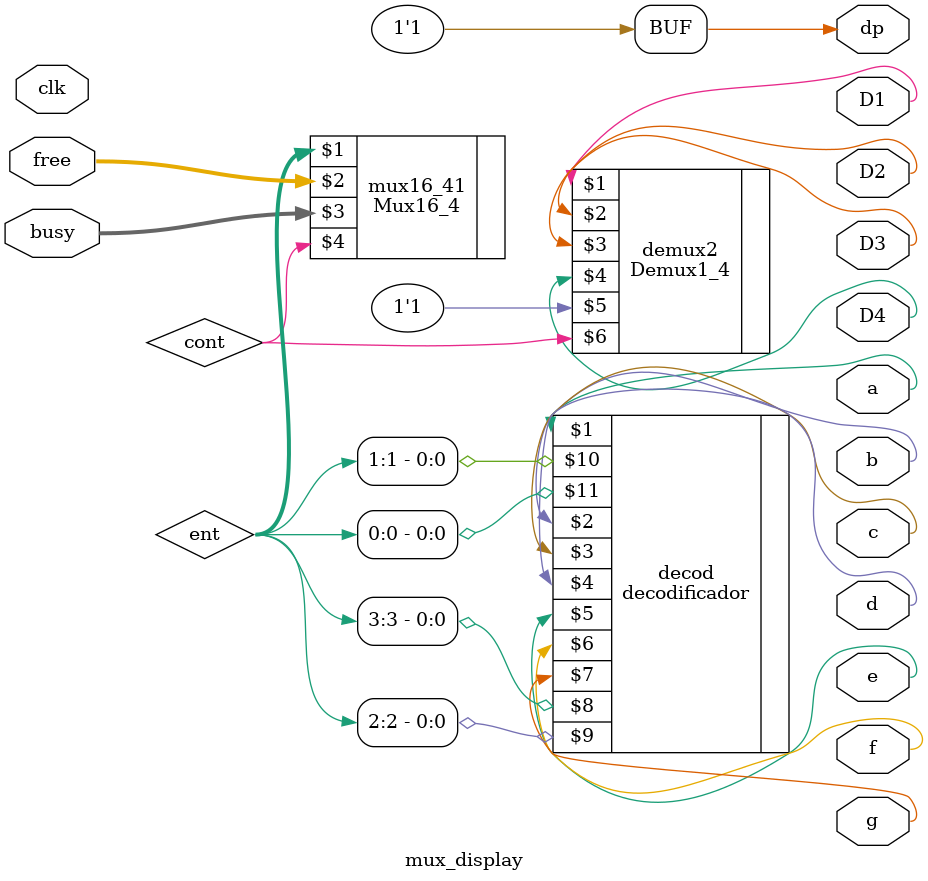
<source format=v>
/*MULTIPLEXAÇÃO DE DISPLAY*/
module mux_display(D1, D2, D3,  D4, a, b, c, d, e, f, g,dp, free, busy, clk);

    //OBS.: O CONJUNTO DE DISPLAYS DE SEGMENTOS SÃO DE ÂNODOS;
   
    input [3:0] free; // CONJUNTO DE BIT's QUE REPRESENTAM AS VAGAS LIVRES;
    input [3:0] busy;  // CONJUNTO DE BIT's QUE REPRESENTAM AS VAGAS OCULPADAS;
    input clk;
   
    output D1, D2, D3, D4;   // DÍGITOS DO DISPLAY
    output a, b, c, d, e, f, g, dp; // SEGMENTOS DO DISPLAY DE 7 SEGMENTOS
   
    wire [3:0] ent;     // ENTRADAS DO DECODIFICADOR DE 7 SEGMENTOS
    
 

    assign dp = 1'b1; // DESLIGAR O PONTO;
   
   /*MULTIPLEXAR O CONTEUDO A SER EXIBIDO*/
    Mux16_4 mux16_41(ent, free, busy, cont); // TROCAR O CONTEÚDO HÁ SER EXIBIDO, REVERTENDO ENTRE: NÚMERO DE VAGAS LIVRES, REPRESENTAÇÃO DE UM "L", NÚMERO DE VAGAS OCUPADAS E REPRESENTAÇÃO DE UM "o";
   
   /*DECODIFICADOR DE 7 SEGMENTOS*/
    decodificador decod(a, b, c, d, e, f, g, ent[3], ent[2], ent[1], ent[0]); // CONVERTER UM CONJUNTO DE BIT'S A SER REPRESENTADO NO DISPLAY DE 7 SEGMENTOS;
   
   /*DEMULTIPLEXADOR 4 X 1*/
    Demux1_4 demux2(D1, D2, D3, D4, 1'b1, cont); // LIGAR UM DÍGITO DO DISPLAY, APARTIR DO VALOR DO CONTADOR;

endmodule

</source>
